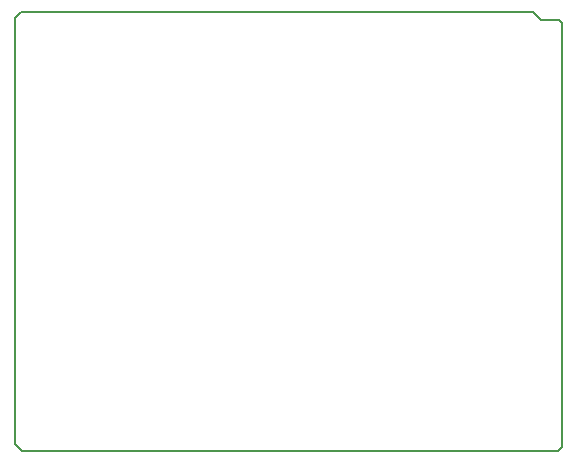
<source format=gbo>
G04*
G04 #@! TF.GenerationSoftware,Altium Limited,Altium Designer,20.0.10 (225)*
G04*
G04 Layer_Color=57008*
%FSLAX25Y25*%
%MOIN*%
G70*
G01*
G75*
%ADD11C,0.00787*%
D11*
X181890Y143898D02*
X182773Y143015D01*
X181424Y398D02*
X182773Y1746D01*
X2634Y398D02*
X181424Y398D01*
X394Y144734D02*
X2314Y146653D01*
X394Y144734D02*
X394Y2638D01*
X182773Y143015D02*
X182773Y1746D01*
X394Y2638D02*
X2634Y398D01*
X175886Y143898D02*
X181890D01*
X173130Y146653D02*
X175886Y143898D01*
X2314Y146653D02*
X173130D01*
M02*

</source>
